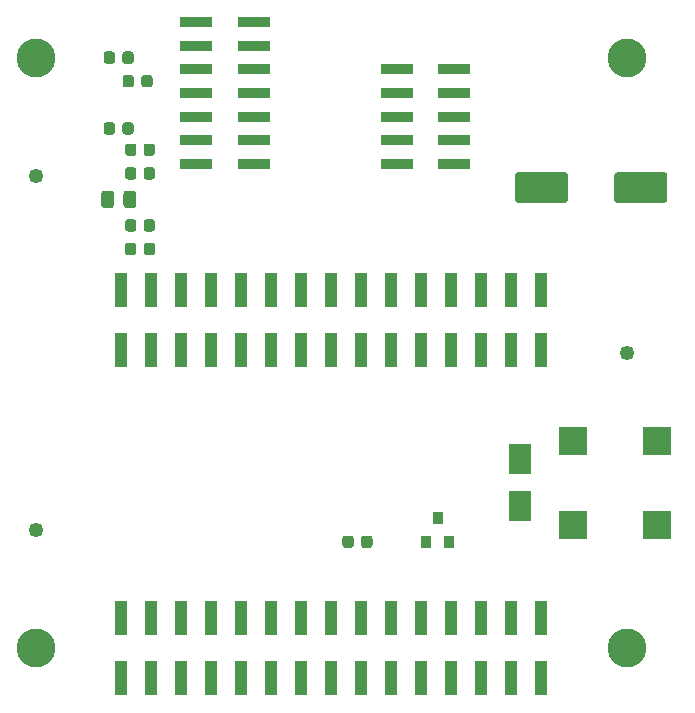
<source format=gts>
%TF.GenerationSoftware,KiCad,Pcbnew,(5.1.6)-1*%
%TF.CreationDate,2023-06-16T12:25:10-07:00*%
%TF.ProjectId,ID-12 Board,49442d31-3220-4426-9f61-72642e6b6963,rev?*%
%TF.SameCoordinates,Original*%
%TF.FileFunction,Soldermask,Top*%
%TF.FilePolarity,Negative*%
%FSLAX46Y46*%
G04 Gerber Fmt 4.6, Leading zero omitted, Abs format (unit mm)*
G04 Created by KiCad (PCBNEW (5.1.6)-1) date 2023-06-16 12:25:10*
%MOMM*%
%LPD*%
G01*
G04 APERTURE LIST*
%ADD10R,2.750000X0.900000*%
%ADD11R,1.120000X3.000000*%
%ADD12R,0.900000X1.000000*%
%ADD13C,1.252000*%
%ADD14C,3.300000*%
%ADD15R,1.900000X2.600000*%
%ADD16R,2.400000X2.400000*%
G04 APERTURE END LIST*
D10*
X43450000Y-34000000D03*
X38550000Y-34000000D03*
X43450000Y-32000000D03*
X38550000Y-32000000D03*
X43450000Y-30000000D03*
X38550000Y-30000000D03*
X43450000Y-28000000D03*
X38550000Y-28000000D03*
X43450000Y-26000000D03*
X38550000Y-26000000D03*
X43450000Y-24000000D03*
X38550000Y-24000000D03*
X43450000Y-22000000D03*
X38550000Y-22000000D03*
D11*
X67785000Y-44650000D03*
X67785000Y-49750000D03*
X65245000Y-44650000D03*
X65245000Y-49750000D03*
X62705000Y-44650000D03*
X62705000Y-49750000D03*
X60165000Y-44650000D03*
X60165000Y-49750000D03*
X57625000Y-44650000D03*
X57625000Y-49750000D03*
X55085000Y-44650000D03*
X55085000Y-49750000D03*
X52545000Y-44650000D03*
X52545000Y-49750000D03*
X50005000Y-44650000D03*
X50005000Y-49750000D03*
X47465000Y-44650000D03*
X47465000Y-49750000D03*
X44925000Y-44650000D03*
X44925000Y-49750000D03*
X42385000Y-44650000D03*
X42385000Y-49750000D03*
X39845000Y-44650000D03*
X39845000Y-49750000D03*
X37305000Y-44650000D03*
X37305000Y-49750000D03*
X34765000Y-44650000D03*
X34765000Y-49750000D03*
X32225000Y-44650000D03*
X32225000Y-49750000D03*
X67785000Y-72450000D03*
X67785000Y-77550000D03*
X65245000Y-72450000D03*
X65245000Y-77550000D03*
X62705000Y-72450000D03*
X62705000Y-77550000D03*
X60165000Y-72450000D03*
X60165000Y-77550000D03*
X57625000Y-72450000D03*
X57625000Y-77550000D03*
X55085000Y-72450000D03*
X55085000Y-77550000D03*
X52545000Y-72450000D03*
X52545000Y-77550000D03*
X50005000Y-72450000D03*
X50005000Y-77550000D03*
X47465000Y-72450000D03*
X47465000Y-77550000D03*
X44925000Y-72450000D03*
X44925000Y-77550000D03*
X42385000Y-72450000D03*
X42385000Y-77550000D03*
X39845000Y-72450000D03*
X39845000Y-77550000D03*
X37305000Y-72450000D03*
X37305000Y-77550000D03*
X34765000Y-72450000D03*
X34765000Y-77550000D03*
X32225000Y-72450000D03*
X32225000Y-77550000D03*
D10*
X60400000Y-34000000D03*
X55550000Y-34000000D03*
X60400000Y-32000000D03*
X55550000Y-32000000D03*
X60400000Y-30000000D03*
X55550000Y-30000000D03*
X60400000Y-28000000D03*
X55550000Y-28000000D03*
X60400000Y-26000000D03*
X55550000Y-26000000D03*
G36*
G01*
X52512500Y-66281250D02*
X52512500Y-65718750D01*
G75*
G02*
X52756250Y-65475000I243750J0D01*
G01*
X53243750Y-65475000D01*
G75*
G02*
X53487500Y-65718750I0J-243750D01*
G01*
X53487500Y-66281250D01*
G75*
G02*
X53243750Y-66525000I-243750J0D01*
G01*
X52756250Y-66525000D01*
G75*
G02*
X52512500Y-66281250I0J243750D01*
G01*
G37*
G36*
G01*
X50937500Y-66281250D02*
X50937500Y-65718750D01*
G75*
G02*
X51181250Y-65475000I243750J0D01*
G01*
X51668750Y-65475000D01*
G75*
G02*
X51912500Y-65718750I0J-243750D01*
G01*
X51912500Y-66281250D01*
G75*
G02*
X51668750Y-66525000I-243750J0D01*
G01*
X51181250Y-66525000D01*
G75*
G02*
X50937500Y-66281250I0J243750D01*
G01*
G37*
G36*
G01*
X33500000Y-40918750D02*
X33500000Y-41481250D01*
G75*
G02*
X33256250Y-41725000I-243750J0D01*
G01*
X32768750Y-41725000D01*
G75*
G02*
X32525000Y-41481250I0J243750D01*
G01*
X32525000Y-40918750D01*
G75*
G02*
X32768750Y-40675000I243750J0D01*
G01*
X33256250Y-40675000D01*
G75*
G02*
X33500000Y-40918750I0J-243750D01*
G01*
G37*
G36*
G01*
X35075000Y-40918750D02*
X35075000Y-41481250D01*
G75*
G02*
X34831250Y-41725000I-243750J0D01*
G01*
X34343750Y-41725000D01*
G75*
G02*
X34100000Y-41481250I0J243750D01*
G01*
X34100000Y-40918750D01*
G75*
G02*
X34343750Y-40675000I243750J0D01*
G01*
X34831250Y-40675000D01*
G75*
G02*
X35075000Y-40918750I0J-243750D01*
G01*
G37*
G36*
G01*
X33500000Y-38918750D02*
X33500000Y-39481250D01*
G75*
G02*
X33256250Y-39725000I-243750J0D01*
G01*
X32768750Y-39725000D01*
G75*
G02*
X32525000Y-39481250I0J243750D01*
G01*
X32525000Y-38918750D01*
G75*
G02*
X32768750Y-38675000I243750J0D01*
G01*
X33256250Y-38675000D01*
G75*
G02*
X33500000Y-38918750I0J-243750D01*
G01*
G37*
G36*
G01*
X35075000Y-38918750D02*
X35075000Y-39481250D01*
G75*
G02*
X34831250Y-39725000I-243750J0D01*
G01*
X34343750Y-39725000D01*
G75*
G02*
X34100000Y-39481250I0J243750D01*
G01*
X34100000Y-38918750D01*
G75*
G02*
X34343750Y-38675000I243750J0D01*
G01*
X34831250Y-38675000D01*
G75*
G02*
X35075000Y-38918750I0J-243750D01*
G01*
G37*
G36*
G01*
X33500000Y-34518750D02*
X33500000Y-35081250D01*
G75*
G02*
X33256250Y-35325000I-243750J0D01*
G01*
X32768750Y-35325000D01*
G75*
G02*
X32525000Y-35081250I0J243750D01*
G01*
X32525000Y-34518750D01*
G75*
G02*
X32768750Y-34275000I243750J0D01*
G01*
X33256250Y-34275000D01*
G75*
G02*
X33500000Y-34518750I0J-243750D01*
G01*
G37*
G36*
G01*
X35075000Y-34518750D02*
X35075000Y-35081250D01*
G75*
G02*
X34831250Y-35325000I-243750J0D01*
G01*
X34343750Y-35325000D01*
G75*
G02*
X34100000Y-35081250I0J243750D01*
G01*
X34100000Y-34518750D01*
G75*
G02*
X34343750Y-34275000I243750J0D01*
G01*
X34831250Y-34275000D01*
G75*
G02*
X35075000Y-34518750I0J-243750D01*
G01*
G37*
G36*
G01*
X33500000Y-32518750D02*
X33500000Y-33081250D01*
G75*
G02*
X33256250Y-33325000I-243750J0D01*
G01*
X32768750Y-33325000D01*
G75*
G02*
X32525000Y-33081250I0J243750D01*
G01*
X32525000Y-32518750D01*
G75*
G02*
X32768750Y-32275000I243750J0D01*
G01*
X33256250Y-32275000D01*
G75*
G02*
X33500000Y-32518750I0J-243750D01*
G01*
G37*
G36*
G01*
X35075000Y-32518750D02*
X35075000Y-33081250D01*
G75*
G02*
X34831250Y-33325000I-243750J0D01*
G01*
X34343750Y-33325000D01*
G75*
G02*
X34100000Y-33081250I0J243750D01*
G01*
X34100000Y-32518750D01*
G75*
G02*
X34343750Y-32275000I243750J0D01*
G01*
X34831250Y-32275000D01*
G75*
G02*
X35075000Y-32518750I0J-243750D01*
G01*
G37*
G36*
G01*
X33300000Y-26718750D02*
X33300000Y-27281250D01*
G75*
G02*
X33056250Y-27525000I-243750J0D01*
G01*
X32568750Y-27525000D01*
G75*
G02*
X32325000Y-27281250I0J243750D01*
G01*
X32325000Y-26718750D01*
G75*
G02*
X32568750Y-26475000I243750J0D01*
G01*
X33056250Y-26475000D01*
G75*
G02*
X33300000Y-26718750I0J-243750D01*
G01*
G37*
G36*
G01*
X34875000Y-26718750D02*
X34875000Y-27281250D01*
G75*
G02*
X34631250Y-27525000I-243750J0D01*
G01*
X34143750Y-27525000D01*
G75*
G02*
X33900000Y-27281250I0J243750D01*
G01*
X33900000Y-26718750D01*
G75*
G02*
X34143750Y-26475000I243750J0D01*
G01*
X34631250Y-26475000D01*
G75*
G02*
X34875000Y-26718750I0J-243750D01*
G01*
G37*
D12*
X59000000Y-64000000D03*
X59950000Y-66000000D03*
X58050000Y-66000000D03*
D13*
X25000000Y-65000000D03*
X75000000Y-50000000D03*
X25000000Y-35000000D03*
D14*
X75000000Y-75000000D03*
X25000000Y-75000000D03*
X75000000Y-25000000D03*
X25000000Y-25000000D03*
D15*
X66000000Y-63000000D03*
X66000000Y-59000000D03*
G36*
G01*
X32400000Y-37481250D02*
X32400000Y-36518750D01*
G75*
G02*
X32668750Y-36250000I268750J0D01*
G01*
X33206250Y-36250000D01*
G75*
G02*
X33475000Y-36518750I0J-268750D01*
G01*
X33475000Y-37481250D01*
G75*
G02*
X33206250Y-37750000I-268750J0D01*
G01*
X32668750Y-37750000D01*
G75*
G02*
X32400000Y-37481250I0J268750D01*
G01*
G37*
G36*
G01*
X30525000Y-37481250D02*
X30525000Y-36518750D01*
G75*
G02*
X30793750Y-36250000I268750J0D01*
G01*
X31331250Y-36250000D01*
G75*
G02*
X31600000Y-36518750I0J-268750D01*
G01*
X31600000Y-37481250D01*
G75*
G02*
X31331250Y-37750000I-268750J0D01*
G01*
X30793750Y-37750000D01*
G75*
G02*
X30525000Y-37481250I0J268750D01*
G01*
G37*
G36*
G01*
X32300000Y-31281250D02*
X32300000Y-30718750D01*
G75*
G02*
X32543750Y-30475000I243750J0D01*
G01*
X33031250Y-30475000D01*
G75*
G02*
X33275000Y-30718750I0J-243750D01*
G01*
X33275000Y-31281250D01*
G75*
G02*
X33031250Y-31525000I-243750J0D01*
G01*
X32543750Y-31525000D01*
G75*
G02*
X32300000Y-31281250I0J243750D01*
G01*
G37*
G36*
G01*
X30725000Y-31281250D02*
X30725000Y-30718750D01*
G75*
G02*
X30968750Y-30475000I243750J0D01*
G01*
X31456250Y-30475000D01*
G75*
G02*
X31700000Y-30718750I0J-243750D01*
G01*
X31700000Y-31281250D01*
G75*
G02*
X31456250Y-31525000I-243750J0D01*
G01*
X30968750Y-31525000D01*
G75*
G02*
X30725000Y-31281250I0J243750D01*
G01*
G37*
G36*
G01*
X32300000Y-25281250D02*
X32300000Y-24718750D01*
G75*
G02*
X32543750Y-24475000I243750J0D01*
G01*
X33031250Y-24475000D01*
G75*
G02*
X33275000Y-24718750I0J-243750D01*
G01*
X33275000Y-25281250D01*
G75*
G02*
X33031250Y-25525000I-243750J0D01*
G01*
X32543750Y-25525000D01*
G75*
G02*
X32300000Y-25281250I0J243750D01*
G01*
G37*
G36*
G01*
X30725000Y-25281250D02*
X30725000Y-24718750D01*
G75*
G02*
X30968750Y-24475000I243750J0D01*
G01*
X31456250Y-24475000D01*
G75*
G02*
X31700000Y-24718750I0J-243750D01*
G01*
X31700000Y-25281250D01*
G75*
G02*
X31456250Y-25525000I-243750J0D01*
G01*
X30968750Y-25525000D01*
G75*
G02*
X30725000Y-25281250I0J243750D01*
G01*
G37*
G36*
G01*
X73950000Y-37040000D02*
X73950000Y-34960000D01*
G75*
G02*
X74210000Y-34700000I260000J0D01*
G01*
X78190000Y-34700000D01*
G75*
G02*
X78450000Y-34960000I0J-260000D01*
G01*
X78450000Y-37040000D01*
G75*
G02*
X78190000Y-37300000I-260000J0D01*
G01*
X74210000Y-37300000D01*
G75*
G02*
X73950000Y-37040000I0J260000D01*
G01*
G37*
G36*
G01*
X65550000Y-37040000D02*
X65550000Y-34960000D01*
G75*
G02*
X65810000Y-34700000I260000J0D01*
G01*
X69790000Y-34700000D01*
G75*
G02*
X70050000Y-34960000I0J-260000D01*
G01*
X70050000Y-37040000D01*
G75*
G02*
X69790000Y-37300000I-260000J0D01*
G01*
X65810000Y-37300000D01*
G75*
G02*
X65550000Y-37040000I0J260000D01*
G01*
G37*
D16*
X70450000Y-64550000D03*
X77550000Y-64550000D03*
X77550000Y-57450000D03*
X70450000Y-57450000D03*
M02*

</source>
